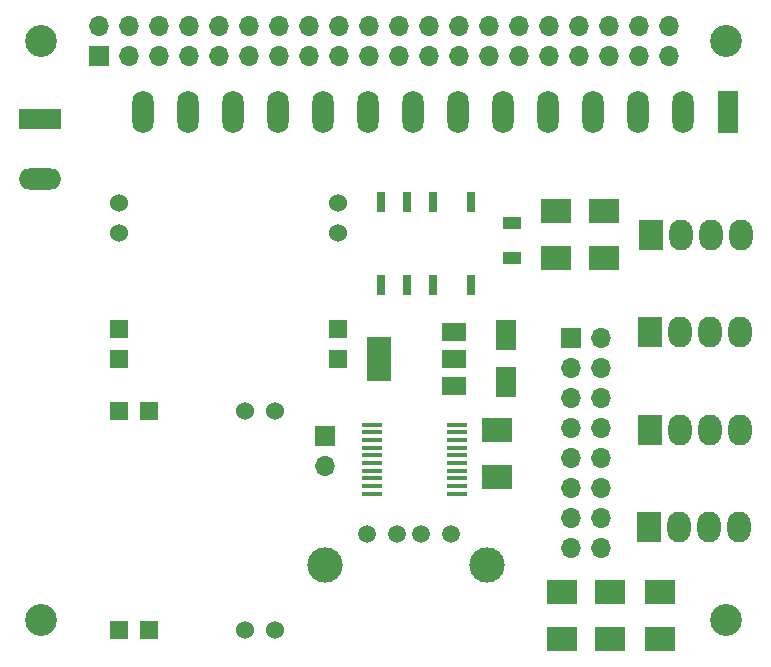
<source format=gts>
G04 #@! TF.GenerationSoftware,KiCad,Pcbnew,(5.1.8)-1*
G04 #@! TF.CreationDate,2021-08-31T14:43:48+02:00*
G04 #@! TF.ProjectId,fanboard3,66616e62-6f61-4726-9433-2e6b69636164,rev?*
G04 #@! TF.SameCoordinates,Original*
G04 #@! TF.FileFunction,Soldermask,Top*
G04 #@! TF.FilePolarity,Negative*
%FSLAX46Y46*%
G04 Gerber Fmt 4.6, Leading zero omitted, Abs format (unit mm)*
G04 Created by KiCad (PCBNEW (5.1.8)-1) date 2021-08-31 14:43:48*
%MOMM*%
%LPD*%
G01*
G04 APERTURE LIST*
%ADD10R,1.800000X2.500000*%
%ADD11R,1.700000X1.700000*%
%ADD12O,1.700000X1.700000*%
%ADD13R,1.800000X3.600000*%
%ADD14O,1.800000X3.600000*%
%ADD15R,2.000000X3.800000*%
%ADD16R,2.000000X1.500000*%
%ADD17R,0.800000X1.800000*%
%ADD18R,1.750000X0.450000*%
%ADD19R,2.500000X2.000000*%
%ADD20R,1.600000X1.000000*%
%ADD21R,1.524000X1.524000*%
%ADD22C,1.524000*%
%ADD23C,1.500000*%
%ADD24C,3.000000*%
%ADD25R,2.000000X2.600000*%
%ADD26O,2.000000X2.600000*%
%ADD27R,3.600000X1.800000*%
%ADD28O,3.600000X1.800000*%
%ADD29C,2.700000*%
G04 APERTURE END LIST*
D10*
X242850000Y-122400000D03*
X242850000Y-126400000D03*
D11*
X248350000Y-122650000D03*
D12*
X250890000Y-122650000D03*
X248350000Y-125190000D03*
X250890000Y-125190000D03*
X248350000Y-127730000D03*
X250890000Y-127730000D03*
X248350000Y-130270000D03*
X250890000Y-130270000D03*
X248350000Y-132810000D03*
X250890000Y-132810000D03*
X248350000Y-135350000D03*
X250890000Y-135350000D03*
X248350000Y-137890000D03*
X250890000Y-137890000D03*
X248350000Y-140430000D03*
X250890000Y-140430000D03*
D13*
X261600000Y-103500000D03*
D14*
X257790000Y-103500000D03*
X253980000Y-103500000D03*
X250170000Y-103500000D03*
X246360000Y-103500000D03*
X242550000Y-103500000D03*
X238740000Y-103500000D03*
X234930000Y-103500000D03*
X231120000Y-103500000D03*
X227310000Y-103500000D03*
X223500000Y-103500000D03*
X219690000Y-103500000D03*
X215880000Y-103500000D03*
X212070000Y-103500000D03*
D15*
X232100000Y-124400000D03*
D16*
X238400000Y-124400000D03*
X238400000Y-122100000D03*
X238400000Y-126700000D03*
D17*
X239850000Y-111150000D03*
X236650000Y-111150000D03*
X234450000Y-111150000D03*
X232250000Y-111150000D03*
X232250000Y-118150000D03*
X234450000Y-118150000D03*
X236650000Y-118150000D03*
X239850000Y-118150000D03*
D18*
X231500000Y-129975000D03*
X231500000Y-130625000D03*
X231500000Y-131275000D03*
X231500000Y-131925000D03*
X231500000Y-132575000D03*
X231500000Y-133225000D03*
X231500000Y-133875000D03*
X231500000Y-134525000D03*
X231500000Y-135175000D03*
X231500000Y-135825000D03*
X238700000Y-135825000D03*
X238700000Y-135175000D03*
X238700000Y-134525000D03*
X238700000Y-133875000D03*
X238700000Y-133225000D03*
X238700000Y-132575000D03*
X238700000Y-131925000D03*
X238700000Y-131275000D03*
X238700000Y-130625000D03*
X238700000Y-129975000D03*
D19*
X242100000Y-130400000D03*
X242100000Y-134400000D03*
X247100000Y-111900000D03*
X247100000Y-115900000D03*
X251100000Y-115900000D03*
X251100000Y-111900000D03*
X255850000Y-144150000D03*
X255850000Y-148150000D03*
X251600000Y-144150000D03*
X251600000Y-148150000D03*
X247600000Y-144150000D03*
X247600000Y-148150000D03*
D20*
X243350000Y-115900000D03*
X243350000Y-112900000D03*
D21*
X210100000Y-147400000D03*
X210100000Y-128848000D03*
X212640000Y-147400000D03*
X212640000Y-128848000D03*
D22*
X220768000Y-147400000D03*
X220768000Y-128848000D03*
X223308000Y-147400000D03*
X223308000Y-128848000D03*
D21*
X228600000Y-124400000D03*
X210048000Y-124400000D03*
X228600000Y-121860000D03*
X210048000Y-121860000D03*
D22*
X228600000Y-113732000D03*
X210048000Y-113732000D03*
X228600000Y-111192000D03*
X210048000Y-111192000D03*
D11*
X227500000Y-130900000D03*
D12*
X227500000Y-133440000D03*
D23*
X238210000Y-139200000D03*
X235670000Y-139200000D03*
X233640000Y-139200000D03*
X231100000Y-139200000D03*
D24*
X241260000Y-141870000D03*
X227540000Y-141870000D03*
D25*
X254980000Y-138650000D03*
D26*
X257520000Y-138650000D03*
X260060000Y-138650000D03*
X262600000Y-138650000D03*
D25*
X255050000Y-130400000D03*
D26*
X257590000Y-130400000D03*
X260130000Y-130400000D03*
X262670000Y-130400000D03*
D25*
X255050000Y-122150000D03*
D26*
X257590000Y-122150000D03*
X260130000Y-122150000D03*
X262670000Y-122150000D03*
D25*
X255100000Y-113900000D03*
D26*
X257640000Y-113900000D03*
X260180000Y-113900000D03*
X262720000Y-113900000D03*
D27*
X203350000Y-104100000D03*
D28*
X203350000Y-109180000D03*
D11*
X208370000Y-98770000D03*
D12*
X208370000Y-96230000D03*
X210910000Y-98770000D03*
X210910000Y-96230000D03*
X213450000Y-98770000D03*
X213450000Y-96230000D03*
X215990000Y-98770000D03*
X215990000Y-96230000D03*
X218530000Y-98770000D03*
X218530000Y-96230000D03*
X221070000Y-98770000D03*
X221070000Y-96230000D03*
X223610000Y-98770000D03*
X223610000Y-96230000D03*
X226150000Y-98770000D03*
X226150000Y-96230000D03*
X228690000Y-98770000D03*
X228690000Y-96230000D03*
X231230000Y-98770000D03*
X231230000Y-96230000D03*
X233770000Y-98770000D03*
X233770000Y-96230000D03*
X236310000Y-98770000D03*
X236310000Y-96230000D03*
X238850000Y-98770000D03*
X238850000Y-96230000D03*
X241390000Y-98770000D03*
X241390000Y-96230000D03*
X243930000Y-98770000D03*
X243930000Y-96230000D03*
X246470000Y-98770000D03*
X246470000Y-96230000D03*
X249010000Y-98770000D03*
X249010000Y-96230000D03*
X251550000Y-98770000D03*
X251550000Y-96230000D03*
X254090000Y-98770000D03*
X254090000Y-96230000D03*
X256630000Y-98770000D03*
X256630000Y-96230000D03*
D29*
X261500000Y-146500000D03*
X203500000Y-146500000D03*
X261500000Y-97500000D03*
X203500000Y-97500000D03*
M02*

</source>
